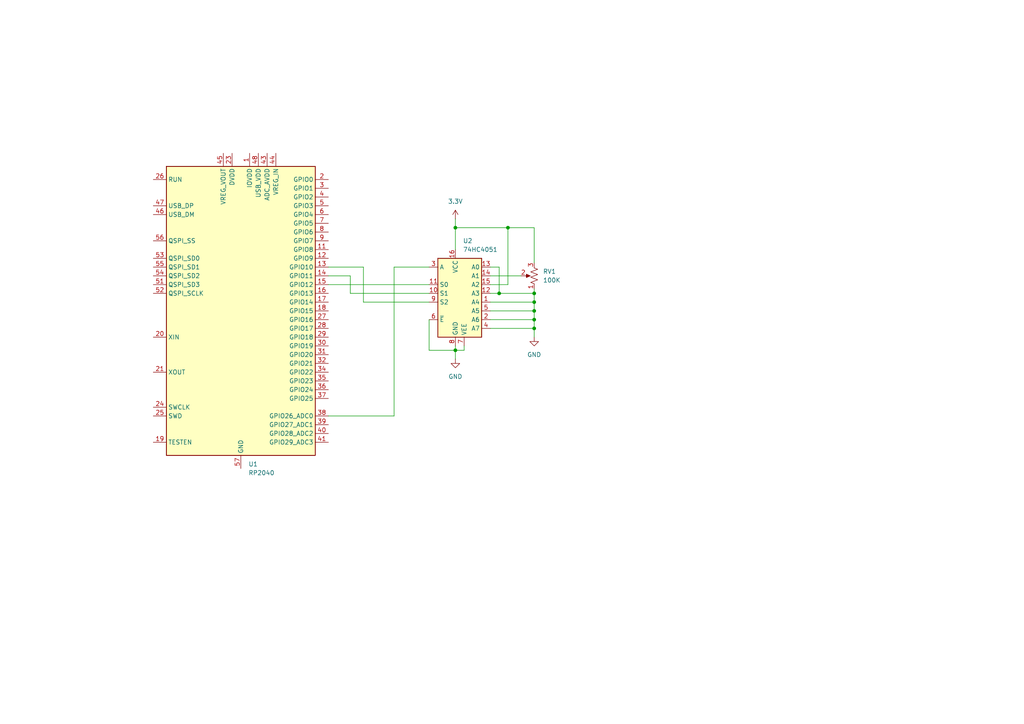
<source format=kicad_sch>
(kicad_sch (version 20231120) (generator "eeschema") (generator_version "8.0")
  (paper "A4")
  (lib_symbols
    (symbol "74xx:74HC4051"
      (property "Reference" "U" (at -5.08 11.43 0))
      (property "Value" "74HC4051" (at -7.62 -13.97 0))
      (symbol "74HC4051_0_1"
        (rectangle (start -5.08 10.16) (end 7.62 -12.7) (stroke (width 0.254)) (fill (type background)))
      )
      (symbol "74HC4051_1_1"
        (pin passive line (at 10.16 -2.54 180) (length 2.54) (name "A4") (number "1"))
        (pin input line (at -7.62 0 0) (length 2.54) (name "S1") (number "10"))
        (pin input line (at -7.62 2.54 0) (length 2.54) (name "S0") (number "11"))
        (pin passive line (at 10.16 0 180) (length 2.54) (name "A3") (number "12"))
        (pin passive line (at 10.16 7.62 180) (length 2.54) (name "A0") (number "13"))
        (pin passive line (at 10.16 5.08 180) (length 2.54) (name "A1") (number "14"))
        (pin passive line (at 10.16 2.54 180) (length 2.54) (name "A2") (number "15"))
        (pin power_in line (at 0 12.7 270) (length 2.54) (name "VCC") (number "16"))
        (pin passive line (at 10.16 -7.62 180) (length 2.54) (name "A6") (number "2"))
        (pin passive line (at -7.62 7.62 0) (length 2.54) (name "A") (number "3"))
        (pin passive line (at 10.16 -10.16 180) (length 2.54) (name "A7") (number "4"))
        (pin passive line (at 10.16 -5.08 180) (length 2.54) (name "A5") (number "5"))
        (pin input line (at -7.62 -7.62 0) (length 2.54) (name "~{E}") (number "6"))
        (pin power_in line (at 2.54 -15.24 90) (length 2.54) (name "VEE") (number "7"))
        (pin power_in line (at 0 -15.24 90) (length 2.54) (name "GND") (number "8"))
        (pin input line (at -7.62 -2.54 0) (length 2.54) (name "S2") (number "9"))
      )
    )
    (symbol "Device:R_Potentiometer_US" (pin_names (offset 1.016) hide)
      (property "Reference" "RV" (at -4.445 0 90))
      (property "Value" "R_Potentiometer_US" (at -2.54 0 90))
      (symbol "R_Potentiometer_US_0_1"
        (polyline (pts (xy 0 -2.286) (xy 0 -2.54)))
        (polyline (pts (xy 0 2.54) (xy 0 2.286)))
        (polyline (pts (xy 2.54 0) (xy 1.524 0)))
        (polyline (pts (xy 1.143 0) (xy 2.286 0.508) (xy 2.286 -0.508) (xy 1.143 0)) (fill (type outline)))
        (polyline (pts (xy 0 -0.762) (xy 1.016 -1.143) (xy 0 -1.524) (xy -1.016 -1.905) (xy 0 -2.286)))
        (polyline (pts (xy 0 0.762) (xy 1.016 0.381) (xy 0 0) (xy -1.016 -0.381) (xy 0 -0.762)))
        (polyline (pts (xy 0 2.286) (xy 1.016 1.905) (xy 0 1.524) (xy -1.016 1.143) (xy 0 0.762)))
      )
      (symbol "R_Potentiometer_US_1_1"
        (pin passive line (at 0 3.81 270) (length 1.27) (name "1") (number "1"))
        (pin passive line (at 3.81 0 180) (length 1.27) (name "2") (number "2"))
        (pin passive line (at 0 -3.81 90) (length 1.27) (name "3") (number "3"))
      )
    )
    (symbol "MCU_RaspberryPi:RP2040"
      (property "Reference" "U" (at 17.78 45.72 0))
      (property "Value" "RP2040" (at 17.78 43.18 0))
      (symbol "RP2040_0_1"
        (rectangle (start -21.59 41.91) (end 21.59 -41.91) (stroke (width 0.254)) (fill (type background)))
      )
      (symbol "RP2040_1_1"
        (pin power_in line (at 2.54 45.72 270) (length 3.81) (name "IOVDD") (number "1"))
        (pin passive line (at 2.54 45.72 270) (length 3.81) hide (name "IOVDD") (number "10"))
        (pin bidirectional line (at 25.4 17.78 180) (length 3.81) (name "GPIO8") (number "11"))
        (pin bidirectional line (at 25.4 15.24 180) (length 3.81) (name "GPIO9") (number "12"))
        (pin bidirectional line (at 25.4 12.7 180) (length 3.81) (name "GPIO10") (number "13"))
        (pin bidirectional line (at 25.4 10.16 180) (length 3.81) (name "GPIO11") (number "14"))
        (pin bidirectional line (at 25.4 7.62 180) (length 3.81) (name "GPIO12") (number "15"))
        (pin bidirectional line (at 25.4 5.08 180) (length 3.81) (name "GPIO13") (number "16"))
        (pin bidirectional line (at 25.4 2.54 180) (length 3.81) (name "GPIO14") (number "17"))
        (pin bidirectional line (at 25.4 0 180) (length 3.81) (name "GPIO15") (number "18"))
        (pin input line (at -25.4 -38.1 0) (length 3.81) (name "TESTEN") (number "19"))
        (pin bidirectional line (at 25.4 38.1 180) (length 3.81) (name "GPIO0") (number "2"))
        (pin input line (at -25.4 -7.62 0) (length 3.81) (name "XIN") (number "20"))
        (pin passive line (at -25.4 -17.78 0) (length 3.81) (name "XOUT") (number "21"))
        (pin passive line (at 2.54 45.72 270) (length 3.81) hide (name "IOVDD") (number "22"))
        (pin power_in line (at -2.54 45.72 270) (length 3.81) (name "DVDD") (number "23"))
        (pin input line (at -25.4 -27.94 0) (length 3.81) (name "SWCLK") (number "24"))
        (pin bidirectional line (at -25.4 -30.48 0) (length 3.81) (name "SWD") (number "25"))
        (pin input line (at -25.4 38.1 0) (length 3.81) (name "RUN") (number "26"))
        (pin bidirectional line (at 25.4 -2.54 180) (length 3.81) (name "GPIO16") (number "27"))
        (pin bidirectional line (at 25.4 -5.08 180) (length 3.81) (name "GPIO17") (number "28"))
        (pin bidirectional line (at 25.4 -7.62 180) (length 3.81) (name "GPIO18") (number "29"))
        (pin bidirectional line (at 25.4 35.56 180) (length 3.81) (name "GPIO1") (number "3"))
        (pin bidirectional line (at 25.4 -10.16 180) (length 3.81) (name "GPIO19") (number "30"))
        (pin bidirectional line (at 25.4 -12.7 180) (length 3.81) (name "GPIO20") (number "31"))
        (pin bidirectional line (at 25.4 -15.24 180) (length 3.81) (name "GPIO21") (number "32"))
        (pin passive line (at 2.54 45.72 270) (length 3.81) hide (name "IOVDD") (number "33"))
        (pin bidirectional line (at 25.4 -17.78 180) (length 3.81) (name "GPIO22") (number "34"))
        (pin bidirectional line (at 25.4 -20.32 180) (length 3.81) (name "GPIO23") (number "35"))
        (pin bidirectional line (at 25.4 -22.86 180) (length 3.81) (name "GPIO24") (number "36"))
        (pin bidirectional line (at 25.4 -25.4 180) (length 3.81) (name "GPIO25") (number "37"))
        (pin bidirectional line (at 25.4 -30.48 180) (length 3.81) (name "GPIO26_ADC0") (number "38"))
        (pin bidirectional line (at 25.4 -33.02 180) (length 3.81) (name "GPIO27_ADC1") (number "39"))
        (pin bidirectional line (at 25.4 33.02 180) (length 3.81) (name "GPIO2") (number "4"))
        (pin bidirectional line (at 25.4 -35.56 180) (length 3.81) (name "GPIO28_ADC2") (number "40"))
        (pin bidirectional line (at 25.4 -38.1 180) (length 3.81) (name "GPIO29_ADC3") (number "41"))
        (pin passive line (at 2.54 45.72 270) (length 3.81) hide (name "IOVDD") (number "42"))
        (pin power_in line (at 7.62 45.72 270) (length 3.81) (name "ADC_AVDD") (number "43"))
        (pin power_in line (at 10.16 45.72 270) (length 3.81) (name "VREG_IN") (number "44"))
        (pin power_out line (at -5.08 45.72 270) (length 3.81) (name "VREG_VOUT") (number "45"))
        (pin bidirectional line (at -25.4 27.94 0) (length 3.81) (name "USB_DM") (number "46"))
        (pin bidirectional line (at -25.4 30.48 0) (length 3.81) (name "USB_DP") (number "47"))
        (pin power_in line (at 5.08 45.72 270) (length 3.81) (name "USB_VDD") (number "48"))
        (pin passive line (at 2.54 45.72 270) (length 3.81) hide (name "IOVDD") (number "49"))
        (pin bidirectional line (at 25.4 30.48 180) (length 3.81) (name "GPIO3") (number "5"))
        (pin passive line (at -2.54 45.72 270) (length 3.81) hide (name "DVDD") (number "50"))
        (pin bidirectional line (at -25.4 7.62 0) (length 3.81) (name "QSPI_SD3") (number "51"))
        (pin output line (at -25.4 5.08 0) (length 3.81) (name "QSPI_SCLK") (number "52"))
        (pin bidirectional line (at -25.4 15.24 0) (length 3.81) (name "QSPI_SD0") (number "53"))
        (pin bidirectional line (at -25.4 10.16 0) (length 3.81) (name "QSPI_SD2") (number "54"))
        (pin bidirectional line (at -25.4 12.7 0) (length 3.81) (name "QSPI_SD1") (number "55"))
        (pin bidirectional line (at -25.4 20.32 0) (length 3.81) (name "QSPI_SS") (number "56"))
        (pin power_in line (at 0 -45.72 90) (length 3.81) (name "GND") (number "57"))
        (pin bidirectional line (at 25.4 27.94 180) (length 3.81) (name "GPIO4") (number "6"))
        (pin bidirectional line (at 25.4 25.4 180) (length 3.81) (name "GPIO5") (number "7"))
        (pin bidirectional line (at 25.4 22.86 180) (length 3.81) (name "GPIO6") (number "8"))
        (pin bidirectional line (at 25.4 20.32 180) (length 3.81) (name "GPIO7") (number "9"))
      )
    )
    (symbol "power:GND" (power) (pin_numbers hide) (pin_names (offset 0) hide)
      (property "Value" "GND" (at 0 -3.81 0))
      (symbol "GND_0_1"
        (polyline (pts (xy 0 0) (xy 0 -1.27) (xy 1.27 -1.27) (xy 0 -2.54) (xy -1.27 -1.27) (xy 0 -1.27)))
      )
      (symbol "GND_1_1"
        (pin power_in line (at 0 0 270) (length 0) (name "~") (number "1"))
      )
    )
    (symbol "power:VCC" (power) (pin_numbers hide) (pin_names (offset 0) hide)
      (property "Value" "VCC" (at 0 3.556 0))
      (symbol "VCC_0_1"
        (polyline (pts (xy -0.762 1.27) (xy 0 2.54)))
        (polyline (pts (xy 0 0) (xy 0 2.54)))
        (polyline (pts (xy 0 2.54) (xy 0.762 1.27)))
      )
      (symbol "VCC_1_1"
        (pin power_in line (at 0 0 90) (length 0) (name "~") (number "1"))
      )
    )
  )
  (junction (at 132.08 66.04))
  (junction (at 154.94 90.17))
  (junction (at 144.78 85.09))
  (junction (at 154.94 85.09))
  (junction (at 147.32 66.04))
  (junction (at 154.94 87.63))
  (junction (at 132.08 101.6))
  (junction (at 154.94 92.71))
  (junction (at 154.94 95.25))
  (wire (pts (xy 154.94 90.17) (xy 154.94 87.63)))
  (wire (pts (xy 147.32 82.55) (xy 147.32 66.04)))
  (wire (pts (xy 114.3 120.65) (xy 114.3 77.47)))
  (wire (pts (xy 147.32 66.04) (xy 132.08 66.04)))
  (wire (pts (xy 142.24 92.71) (xy 154.94 92.71)))
  (wire (pts (xy 154.94 76.2) (xy 154.94 66.04)))
  (wire (pts (xy 154.94 95.25) (xy 154.94 92.71)))
  (wire (pts (xy 154.94 97.79) (xy 154.94 95.25)))
  (wire (pts (xy 142.24 87.63) (xy 154.94 87.63)))
  (wire (pts (xy 142.24 82.55) (xy 147.32 82.55)))
  (wire (pts (xy 105.41 77.47) (xy 95.25 77.47)))
  (wire (pts (xy 142.24 95.25) (xy 154.94 95.25)))
  (wire (pts (xy 142.24 90.17) (xy 154.94 90.17)))
  (wire (pts (xy 154.94 66.04) (xy 147.32 66.04)))
  (wire (pts (xy 95.25 120.65) (xy 114.3 120.65)))
  (wire (pts (xy 154.94 92.71) (xy 154.94 90.17)))
  (wire (pts (xy 132.08 63.5) (xy 132.08 66.04)))
  (wire (pts (xy 142.24 85.09) (xy 144.78 85.09)))
  (wire (pts (xy 124.46 85.09) (xy 101.6 85.09)))
  (wire (pts (xy 124.46 101.6) (xy 132.08 101.6)))
  (wire (pts (xy 124.46 87.63) (xy 105.41 87.63)))
  (wire (pts (xy 142.24 80.01) (xy 151.13 80.01)))
  (wire (pts (xy 134.62 101.6) (xy 132.08 101.6)))
  (wire (pts (xy 124.46 82.55) (xy 95.25 82.55)))
  (wire (pts (xy 134.62 100.33) (xy 134.62 101.6)))
  (wire (pts (xy 154.94 87.63) (xy 154.94 85.09)))
  (wire (pts (xy 114.3 77.47) (xy 124.46 77.47)))
  (wire (pts (xy 101.6 85.09) (xy 101.6 80.01)))
  (wire (pts (xy 144.78 85.09) (xy 154.94 85.09)))
  (wire (pts (xy 144.78 77.47) (xy 144.78 85.09)))
  (wire (pts (xy 154.94 85.09) (xy 154.94 83.82)))
  (wire (pts (xy 105.41 87.63) (xy 105.41 77.47)))
  (wire (pts (xy 124.46 92.71) (xy 124.46 101.6)))
  (wire (pts (xy 132.08 104.14) (xy 132.08 101.6)))
  (wire (pts (xy 132.08 100.33) (xy 132.08 101.6)))
  (wire (pts (xy 142.24 77.47) (xy 144.78 77.47)))
  (wire (pts (xy 101.6 80.01) (xy 95.25 80.01)))
  (wire (pts (xy 132.08 66.04) (xy 132.08 72.39)))
  (symbol (lib_id "74xx:74HC4051") (at 132.08 85.09 0) (unit 1)
    (property "Reference" "U2" (at 134.2741 69.85 0) (effects (justify left)))
    (property "Value" "74HC4051" (at 134.2741 72.39 0) (effects (justify left)))
    (property "Footprint" "Package_DIP:DIP-16_W7.62mm" (effects (hide yes)))
    (property "Datasheet" "http://www.ti.com/lit/ds/symlink/cd74hc4051.pdf" (effects (hide yes)))
    (property "Description" "8-channel analog multiplexer/demultiplexer, DIP-16/SOIC-16/TSSOP-16" (effects (hide yes)))
  )
  (symbol (lib_id "power:VCC") (at 132.08 63.5 0) (unit 1)
    (property "Reference" "#PWR02" (effects (hide yes)))
    (property "Value" "3.3V" (at 132.08 58.42 0))
    (property "Description" "Power symbol creates a global label with name \"VCC\"" (effects (hide yes)))
  )
  (symbol (lib_id "power:GND") (at 132.08 104.14 0) (unit 1)
    (property "Reference" "#PWR03" (effects (hide yes)))
    (property "Value" "GND" (at 132.08 109.22 0))
    (property "Description" "Power symbol creates a global label with name \"GND\" , ground" (effects (hide yes)))
  )
  (symbol (lib_id "Device:R_Potentiometer_US") (at 154.94 80.01 180) (unit 1)
    (property "Reference" "RV1" (at 157.48 78.7399 0) (effects (justify right)))
    (property "Value" "100K" (at 157.48 81.2799 0) (effects (justify right)))
    (property "Description" "Potentiometer, US symbol" (effects (hide yes)))
  )
  (symbol (lib_id "MCU_RaspberryPi:RP2040") (at 69.85 90.17 0) (unit 1)
    (property "Reference" "U1" (at 72.0441 134.62 0) (effects (justify left)))
    (property "Value" "RP2040" (at 72.0441 137.16 0) (effects (justify left)))
    (property "Footprint" "Package_DFN_QFN:QFN-56-1EP_7x7mm_P0.4mm_EP3.2x3.2mm" (effects (hide yes)))
    (property "Datasheet" "https://datasheets.raspberrypi.com/rp2040/rp2040-datasheet.pdf" (effects (hide yes)))
    (property "Description" "A microcontroller by Raspberry Pi" (effects (hide yes)))
  )
  (symbol (lib_id "power:GND") (at 154.94 97.79 0) (unit 1)
    (property "Reference" "#PWR04" (effects (hide yes)))
    (property "Value" "GND" (at 154.94 102.87 0))
    (property "Description" "Power symbol creates a global label with name \"GND\" , ground" (effects (hide yes)))
  )
)
</source>
